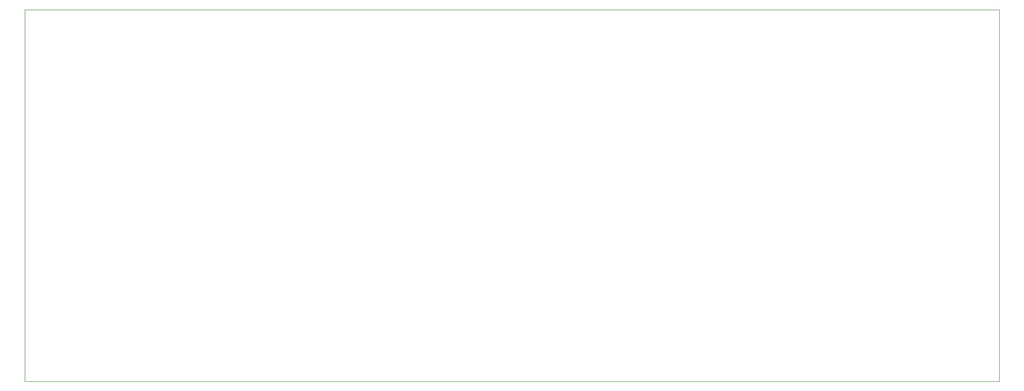
<source format=gbr>
%TF.GenerationSoftware,KiCad,Pcbnew,8.0.6*%
%TF.CreationDate,2024-12-15T12:14:18-05:00*%
%TF.ProjectId,SmallPSU,536d616c-6c50-4535-952e-6b696361645f,1.0*%
%TF.SameCoordinates,Original*%
%TF.FileFunction,Profile,NP*%
%FSLAX46Y46*%
G04 Gerber Fmt 4.6, Leading zero omitted, Abs format (unit mm)*
G04 Created by KiCad (PCBNEW 8.0.6) date 2024-12-15 12:14:18*
%MOMM*%
%LPD*%
G01*
G04 APERTURE LIST*
%TA.AperFunction,Profile*%
%ADD10C,0.050000*%
%TD*%
G04 APERTURE END LIST*
D10*
X67000000Y-23500000D02*
X237000000Y-23500000D01*
X237000000Y-88500000D01*
X67000000Y-88500000D01*
X67000000Y-23500000D01*
M02*

</source>
